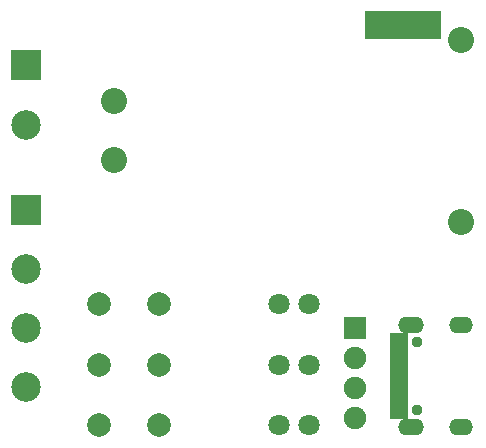
<source format=gts>
G04*
G04 #@! TF.GenerationSoftware,Altium Limited,Altium Designer,23.4.1 (23)*
G04*
G04 Layer_Color=8388736*
%FSLAX25Y25*%
%MOIN*%
G70*
G04*
G04 #@! TF.SameCoordinates,8CB6A174-BB40-4334-975E-19112FE07875*
G04*
G04*
G04 #@! TF.FilePolarity,Negative*
G04*
G01*
G75*
%ADD13R,0.25300X0.09395*%
%ADD14R,0.05918X0.01981*%
%ADD15R,0.07493X0.07493*%
%ADD16C,0.07493*%
%ADD17R,0.09855X0.09855*%
%ADD18C,0.09855*%
%ADD19C,0.08674*%
%ADD20O,0.08674X0.05524*%
%ADD21O,0.07887X0.05524*%
%ADD22C,0.03753*%
%ADD23C,0.07887*%
%ADD24C,0.07099*%
D13*
X138050Y18402D02*
D03*
D14*
X136673Y-85511D02*
D03*
Y-86692D02*
D03*
X136672Y-88660D02*
D03*
Y-89842D02*
D03*
X136673Y-91810D02*
D03*
X136669Y-93780D02*
D03*
X136673Y-95747D02*
D03*
Y-97716D02*
D03*
Y-99684D02*
D03*
Y-101653D02*
D03*
Y-103621D02*
D03*
X136669Y-105590D02*
D03*
X136673Y-107558D02*
D03*
Y-108739D02*
D03*
Y-110708D02*
D03*
Y-111889D02*
D03*
D15*
X122200Y-82700D02*
D03*
D16*
Y-92700D02*
D03*
Y-102700D02*
D03*
Y-112700D02*
D03*
D17*
X12600Y5000D02*
D03*
Y-43215D02*
D03*
D18*
Y-15000D02*
D03*
Y-102270D02*
D03*
Y-82585D02*
D03*
Y-62900D02*
D03*
D19*
X157548Y-47273D02*
D03*
Y13357D02*
D03*
X41800Y-26800D02*
D03*
Y-7115D02*
D03*
D20*
X140875Y-115708D02*
D03*
Y-81692D02*
D03*
D21*
X157332D02*
D03*
Y-115708D02*
D03*
D22*
X142962Y-87322D02*
D03*
Y-110078D02*
D03*
D23*
X36900Y-74600D02*
D03*
X56900D02*
D03*
X36900Y-115200D02*
D03*
X56900D02*
D03*
X36900Y-94900D02*
D03*
X56900D02*
D03*
D24*
X96900Y-74600D02*
D03*
X106900D02*
D03*
X96900Y-115200D02*
D03*
X106900D02*
D03*
X96900Y-94900D02*
D03*
X106900D02*
D03*
M02*

</source>
